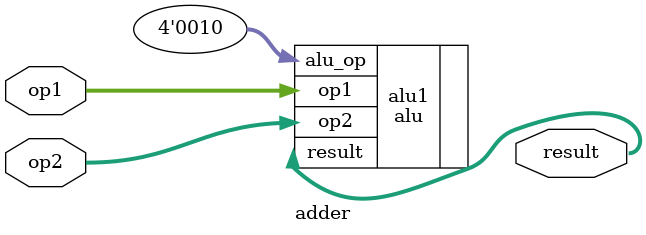
<source format=sv>
module adder (
    input [63:0] op1,
    input [63:0] op2,
    output [63:0] result
);
    alu alu1 (
        .op1(op1),
        .op2(op2),
        .result(result),
        .alu_op(4'b0010)
    );
endmodule
</source>
